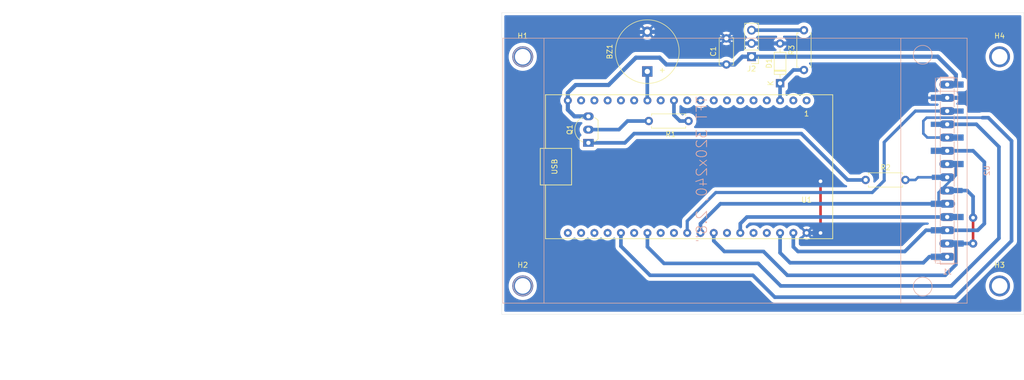
<source format=kicad_pcb>
(kicad_pcb (version 20240108) (generator "pcbnew") (generator_version "8.0")
  (layers (0 "F.Cu" signal) (31 "B.Cu" signal) (34 "B.Paste" user) (35 "F.Paste" user) (36 "B.SilkS" user "B.Silkscreen") (37 "F.SilkS" user "F.Silkscreen") (38 "B.Mask" user) (39 "F.Mask" user) (44 "Edge.Cuts" user))
  (net 0 "")
  (net 1 "/GPIO_12")
  (net 2 "GND")
  (net 3 "+5V")
  (net 4 "/GPIO_36")
  (net 5 "/GPIO_18")
  (net 6 "/GPIO_19")
  (net 7 "/GPIO_5")
  (net 8 "/GPIO_23")
  (net 9 "/GPIO_22")
  (net 10 "/GPIO_2")
  (net 11 "/GPIO_21")
  (net 12 "/GPIO_4")
  (net 13 "/BACKLIGHT")
  (net 14 "Net-(J2-Pin_3)")
  (net 15 "Net-(Q1-C)")
  (net 16 "Net-(Q1-B)")
  (net 17 "Net-(U1-IO27)")
  (footprint "MountingHole:MountingHole_3mm" (layer "F.Cu") (at 167.386 85.979)
    (property "Reference" "H3" (at 0 -4 0) (layer "F.SilkS"))
    (property "Value" "h3")
    (pad "" thru_hole circle (at 0 0) (size 4 4) (drill 3) (layers "*.Cu" "*.Mask"))
  )
  (footprint "MountingHole:MountingHole_3mm" (layer "F.Cu") (at 76.073 42.037)
    (property "Reference" "H1" (at 0 -4 0) (layer "F.SilkS"))
    (property "Value" "h1")
    (pad "" thru_hole circle (at 0 0) (size 4 4) (drill 3) (layers "*.Cu" "*.Mask"))
  )
  (footprint "miscelaneo_licho:Esp32-S_Wroom32Module_38pins" (layer "F.Cu") (at 130.429 63.119 180)
    (property "Reference" "U1" (at 0 -6.35 0) (layer "F.SilkS"))
    (property "Value" "ESP-32S")
    (fp_line (start 51 -3.5) (end 51 3.5) (stroke (width 0.15)) (layer "F.SilkS"))
    (fp_line (start 50 3.5) (end 50 13.8) (stroke (width 0.15)) (layer "F.SilkS"))
    (fp_line (start 50 -3.5) (end 50 -13.8) (stroke (width 0.15)) (layer "F.SilkS"))
    (fp_line (start 45 3.5) (end 51 3.5) (stroke (width 0.15)) (layer "F.SilkS"))
    (fp_line (start 45 3.5) (end 45 -3.5) (stroke (width 0.15)) (layer "F.SilkS"))
    (fp_line (start 45 -3.5) (end 51 -3.5) (stroke (width 0.15)) (layer "F.SilkS"))
    (fp_line (start -5 13.8) (end 50 13.8) (stroke (width 0.15)) (layer "F.SilkS"))
    (fp_line (start -5 13.8) (end -5 -13.8) (stroke (width 0.15)) (layer "F.SilkS"))
    (fp_line (start -5 -13.8) (end 50 -13.8) (stroke (width 0.15)) (layer "F.SilkS"))
    (fp_text user "1" (at 0 10.16 0) (layer "F.SilkS"))
    (fp_text user "USB" (at 48.26 0 90) (layer "F.SilkS"))
    (pad "1" thru_hole circle (at 0 12.7 180) (size 1.524 1.524) (drill 0.7) (layers "*.Cu" "*.Mask"))
    (pad "2" thru_hole circle (at 2.54 12.7 180) (size 1.524 1.524) (drill 0.7) (layers "*.Cu" "*.Mask"))
    (pad "3" thru_hole circle (at 5.08 12.7 180) (size 1.524 1.524) (drill 0.7) (layers "*.Cu" "*.Mask") (net 4 "/GPIO_36"))
    (pad "4" thru_hole circle (at 7.62 12.7 180) (size 1.524 1.524) (drill 0.7) (layers "*.Cu" "*.Mask"))
    (pad "5" thru_hole circle (at 10.16 12.7 180) (size 1.524 1.524) (drill 0.7) (layers "*.Cu" "*.Mask"))
    (pad "6" thru_hole circle (at 12.7 12.7 180) (size 1.524 1.524) (drill 0.7) (layers "*.Cu" "*.Mask"))
    (pad "7" thru_hole circle (at 15.24 12.7 180) (size 1.524 1.524) (drill 0.7) (layers "*.Cu" "*.Mask"))
    (pad "8" thru_hole circle (at 17.78 12.7 180) (size 1.524 1.524) (drill 0.7) (layers "*.Cu" "*.Mask"))
    (pad "9" thru_hole circle (at 20.32 12.7 180) (size 1.524 1.524) (drill 0.7) (layers "*.Cu" "*.Mask"))
    (pad "10" thru_hole circle (at 22.86 12.7 180) (size 1.524 1.524) (drill 0.7) (layers "*.Cu" "*.Mask"))
    (pad "11" thru_hole circle (at 25.4 12.7 180) (size 1.524 1.524) (drill 0.7) (layers "*.Cu" "*.Mask") (net 17 "Net-(U1-IO27)"))
    (pad "12" thru_hole circle (at 27.94 12.7 180) (size 1.524 1.524) (drill 0.7) (layers "*.Cu" "*.Mask"))
    (pad "13" thru_hole circle (at 30.48 12.7 180) (size 1.524 1.524) (drill 0.7) (layers "*.Cu" "*.Mask") (net 1 "/GPIO_12"))
    (pad "14" thru_hole circle (at 33.02 12.7 180) (size 1.524 1.524) (drill 0.7) (layers "*.Cu" "*.Mask"))
    (pad "15" thru_hole circle (at 35.56 12.7 180) (size 1.524 1.524) (drill 0.7) (layers "*.Cu" "*.Mask"))
    (pad "16" thru_hole circle (at 38.1 12.7 180) (size 1.524 1.524) (drill 0.7) (layers "*.Cu" "*.Mask"))
    (pad "17" thru_hole circle (at 40.64 12.7 180) (size 1.524 1.524) (drill 0.7) (layers "*.Cu" "*.Mask"))
    (pad "18" thru_hole circle (at 43.18 12.7 180) (size 1.524 1.524) (drill 0.7) (layers "*.Cu" "*.Mask"))
    (pad "19" thru_hole circle (at 45.72 12.7 180) (size 1.524 1.524) (drill 0.7) (layers "*.Cu" "*.Mask") (net 3 "+5V"))
    (pad "20" thru_hole circle (at 45.72 -12.7 180) (size 1.524 1.524) (drill 0.7) (layers "*.Cu" "*.Mask"))
    (pad "21" thru_hole circle (at 43.18 -12.7 180) (size 1.524 1.524) (drill 0.7) (layers "*.Cu" "*.Mask"))
    (pad "22" thru_hole circle (at 40.64 -12.7 180) (size 1.524 1.524) (drill 0.7) (layers "*.Cu" "*.Mask"))
    (pad "23" thru_hole circle (at 38.1 -12.7 180) (size 1.524 1.524) (drill 0.7) (layers "*.Cu" "*.Mask"))
    (pad "24" thru_hole circle (at 35.56 -12.7 180) (size 1.524 1.524) (drill 0.7) (layers "*.Cu" "*.Mask") (net 10 "/GPIO_2"))
    (pad "25" thru_hole circle (at 33.02 -12.7 180) (size 1.524 1.524) (drill 0.7) (layers "*.Cu" "*.Mask"))
    (pad "26" thru_hole circle (at 30.48 -12.7 180) (size 1.524 1.524) (drill 0.7) (layers "*.Cu" "*.Mask") (net 12 "/GPIO_4"))
    (pad "27" thru_hole circle (at 27.94 -12.7 180) (size 1.524 1.524) (drill 0.7) (layers "*.Cu" "*.Mask"))
    (pad "28" thru_hole circle (at 25.4 -12.7 180) (size 1.524 1.524) (drill 0.7) (layers "*.Cu" "*.Mask"))
    (pad "29" thru_hole circle (at 22.86 -12.7 180) (size 1.524 1.524) (drill 0.7) (layers "*.Cu" "*.Mask") (net 7 "/GPIO_5"))
    (pad "30" thru_hole circle (at 20.32 -12.7 180) (size 1.524 1.524) (drill 0.7) (layers "*.Cu" "*.Mask") (net 5 "/GPIO_18"))
    (pad "31" thru_hole circle (at 17.78 -12.7 180) (size 1.524 1.524) (drill 0.7) (layers "*.Cu" "*.Mask") (net 6 "/GPIO_19"))
    (pad "32" thru_hole circle (at 15.24 -12.7 180) (size 1.524 1.524) (drill 0.7) (layers "*.Cu" "*.Mask"))
    (pad "33" thru_hole circle (at 12.7 -12.7 180) (size 1.524 1.524) (drill 0.7) (layers "*.Cu" "*.Mask") (net 11 "/GPIO_21"))
    (pad "34" thru_hole circle (at 10.16 -12.7 180) (size 1.524 1.524) (drill 0.7) (layers "*.Cu" "*.Mask"))
    (pad "35" thru_hole circle (at 7.62 -12.7 180) (size 1.524 1.524) (drill 0.7) (layers "*.Cu" "*.Mask"))
    (pad "36" thru_hole circle (at 5.08 -12.7 180) (size 1.524 1.524) (drill 0.7) (layers "*.Cu" "*.Mask") (net 9 "/GPIO_22"))
    (pad "37" thru_hole circle (at 2.54 -12.7 180) (size 1.524 1.524) (drill 0.7) (layers "*.Cu" "*.Mask") (net 8 "/GPIO_23"))
    (pad "38" thru_hole circle (at 0 -12.7 180) (size 1.524 1.524) (drill 0.7) (layers "*.Cu" "*.Mask") (net 2 "GND"))
  )
  (footprint "MountingHole:MountingHole_3mm" (layer "F.Cu") (at 167.386 42.037)
    (property "Reference" "H4" (at 0 -4 0) (layer "F.SilkS"))
    (property "Value" "h4")
    (pad "" thru_hole circle (at 0 0) (size 4 4) (drill 3) (layers "*.Cu" "*.Mask"))
  )
  (footprint "Diode_THT:D_DO-35_SOD27_P7.62mm_Horizontal" (layer "F.Cu") (at 125.349 47.117 90)
    (property "Reference" "D1" (at 3.81 -2.12 90) (layer "F.SilkS"))
    (property "Value" "3.3V")
    (fp_line (start 5.93 -1.12) (end 1.69 -1.12) (stroke (width 0.12)) (layer "F.SilkS"))
    (fp_line (start 2.53 -1.12) (end 2.53 1.12) (stroke (width 0.12)) (layer "F.SilkS"))
    (fp_line (start 2.41 -1.12) (end 2.41 1.12) (stroke (width 0.12)) (layer "F.SilkS"))
    (fp_line (start 2.29 -1.12) (end 2.29 1.12) (stroke (width 0.12)) (layer "F.SilkS"))
    (fp_line (start 1.69 -1.12) (end 1.69 1.12) (stroke (width 0.12)) (layer "F.SilkS"))
    (fp_line (start 6.58 0) (end 5.93 0) (stroke (width 0.12)) (layer "F.SilkS"))
    (fp_line (start 1.04 0) (end 1.69 0) (stroke (width 0.12)) (layer "F.SilkS"))
    (fp_line (start 5.93 1.12) (end 5.93 -1.12) (stroke (width 0.12)) (layer "F.SilkS"))
    (fp_line (start 1.69 1.12) (end 5.93 1.12) (stroke (width 0.12)) (layer "F.SilkS"))
    (fp_text user "K" (at 0 -1.8 90) (layer "F.SilkS"))
    (pad "1" thru_hole rect (at 0 0 90) (size 1.6 1.6) (drill 0.8) (layers "*.Cu" "*.Mask") (net 4 "/GPIO_36"))
    (pad "2" thru_hole oval (at 7.62 0 90) (size 1.6 1.6) (drill 0.8) (layers "*.Cu" "*.Mask") (net 2 "GND"))
  )
  (footprint "Buzzer_Beeper:Buzzer_12x9.5RM7.6" (layer "F.Cu") (at 99.9236 44.8564 90)
    (property "Reference" "BZ1" (at 3.8 -7.2 90) (layer "F.SilkS"))
    (property "Value" "Buzzer")
    (fp_circle (center 3.8 0) (end 9.9 0) (stroke (width 0.12)) (fill none) (layer "F.SilkS"))
    (fp_text user "+" (at 0.234 2.794 90) (layer "F.SilkS"))
    (pad "1" thru_hole rect (at 0 0 90) (size 2 2) (drill 1) (layers "*.Cu" "*.Mask") (net 1 "/GPIO_12"))
    (pad "2" thru_hole circle (at 7.6 0 90) (size 2 2) (drill 1) (layers "*.Cu" "*.Mask") (net 2 "GND"))
  )
  (footprint "MountingHole:MountingHole_3mm" (layer "F.Cu") (at 76.073 85.979)
    (property "Reference" "H2" (at 0 -4 0) (layer "F.SilkS"))
    (property "Value" "h2")
    (pad "" thru_hole circle (at 0 0) (size 4 4) (drill 3) (layers "*.Cu" "*.Mask"))
  )
  (footprint "Resistor_THT:R_Axial_DIN0207_L6.3mm_D2.5mm_P7.62mm_Horizontal" (layer "F.Cu") (at 100.203 54.356)
    (property "Reference" "R1" (at 4.191 2.54 0) (layer "F.SilkS"))
    (property "Value" "10k")
    (fp_line (start 0.54 -1.37) (end 7.08 -1.37) (stroke (width 0.12)) (layer "F.SilkS"))
    (fp_line (start 0.54 -1.04) (end 0.54 -1.37) (stroke (width 0.12)) (layer "F.SilkS"))
    (fp_line (start 0.54 1.04) (end 0.54 1.37) (stroke (width 0.12)) (layer "F.SilkS"))
    (fp_line (start 0.54 1.37) (end 7.08 1.37) (stroke (width 0.12)) (layer "F.SilkS"))
    (fp_line (start 7.08 -1.37) (end 7.08 -1.04) (stroke (width 0.12)) (layer "F.SilkS"))
    (fp_line (start 7.08 1.37) (end 7.08 1.04) (stroke (width 0.12)) (layer "F.SilkS"))
    (pad "1" thru_hole circle (at 0 0) (size 1.6 1.6) (drill 0.8) (layers "*.Cu" "*.Mask") (net 16 "Net-(Q1-B)"))
    (pad "2" thru_hole oval (at 7.62 0) (size 1.6 1.6) (drill 0.8) (layers "*.Cu" "*.Mask") (net 17 "Net-(U1-IO27)"))
  )
  (footprint "Resistor_THT:R_Axial_DIN0207_L6.3mm_D2.5mm_P7.62mm_Horizontal" (layer "F.Cu") (at 141.732 65.659)
    (property "Reference" "R2" (at 3.81 -2.37 0) (layer "F.SilkS"))
    (property "Value" "47")
    (fp_line (start 0.54 -1.37) (end 7.08 -1.37) (stroke (width 0.12)) (layer "F.SilkS"))
    (fp_line (start 0.54 -1.04) (end 0.54 -1.37) (stroke (width 0.12)) (layer "F.SilkS"))
    (fp_line (start 0.54 1.04) (end 0.54 1.37) (stroke (width 0.12)) (layer "F.SilkS"))
    (fp_line (start 0.54 1.37) (end 7.08 1.37) (stroke (width 0.12)) (layer "F.SilkS"))
    (fp_line (start 7.08 -1.37) (end 7.08 -1.04) (stroke (width 0.12)) (layer "F.SilkS"))
    (fp_line (start 7.08 1.37) (end 7.08 1.04) (stroke (width 0.12)) (layer "F.SilkS"))
    (pad "1" thru_hole circle (at 0 0) (size 1.6 1.6) (drill 0.8) (layers "*.Cu" "*.Mask") (net 15 "Net-(Q1-C)"))
    (pad "2" thru_hole oval (at 7.62 0) (size 1.6 1.6) (drill 0.8) (layers "*.Cu" "*.Mask") (net 13 "/BACKLIGHT"))
  )
  (footprint "Resistor_THT:R_Axial_DIN0207_L6.3mm_D2.5mm_P7.62mm_Horizontal" (layer "F.Cu") (at 129.921 44.577 90)
    (property "Reference" "R3" (at 3.81 -2.37 90) (layer "F.SilkS"))
    (property "Value" "1k2")
    (fp_line (start 7.08 -1.37) (end 7.08 -1.04) (stroke (width 0.12)) (layer "F.SilkS"))
    (fp_line (start 0.54 -1.37) (end 7.08 -1.37) (stroke (width 0.12)) (layer "F.SilkS"))
    (fp_line (start 0.54 -1.04) (end 0.54 -1.37) (stroke (width 0.12)) (layer "F.SilkS"))
    (fp_line (start 0.54 1.04) (end 0.54 1.37) (stroke (width 0.12)) (layer "F.SilkS"))
    (fp_line (start 7.08 1.37) (end 7.08 1.04) (stroke (width 0.12)) (layer "F.SilkS"))
    (fp_line (start 0.54 1.37) (end 7.08 1.37) (stroke (width 0.12)) (layer "F.SilkS"))
    (pad "1" thru_hole circle (at 0 0 90) (size 1.6 1.6) (drill 0.8) (layers "*.Cu" "*.Mask") (net 4 "/GPIO_36"))
    (pad "2" thru_hole oval (at 7.62 0 90) (size 1.6 1.6) (drill 0.8) (layers "*.Cu" "*.Mask") (net 14 "Net-(J2-Pin_3)"))
  )
  (footprint "Capacitor_THT:C_Disc_D5.0mm_W2.5mm_P5.00mm" (layer "F.Cu") (at 115.062 43.521 90)
    (property "Reference" "C1" (at 2.5 -2.5 90) (layer "F.SilkS"))
    (property "Value" "100nF")
    (fp_line (start 5.12 -1.37) (end 5.12 -1.055) (stroke (width 0.12)) (layer "F.SilkS"))
    (fp_line (start -0.12 -1.37) (end 5.12 -1.37) (stroke (width 0.12)) (layer "F.SilkS"))
    (fp_line (start -0.12 -1.37) (end -0.12 -1.055) (stroke (width 0.12)) (layer "F.SilkS"))
    (fp_line (start 5.12 1.055) (end 5.12 1.37) (stroke (width 0.12)) (layer "F.SilkS"))
    (fp_line (start -0.12 1.055) (end -0.12 1.37) (stroke (width 0.12)) (layer "F.SilkS"))
    (fp_line (start -0.12 1.37) (end 5.12 1.37) (stroke (width 0.12)) (layer "F.SilkS"))
    (pad "1" thru_hole circle (at 0 0 90) (size 1.6 1.6) (drill 0.8) (layers "*.Cu" "*.Mask") (net 3 "+5V"))
    (pad "2" thru_hole circle (at 5 0 90) (size 1.6 1.6) (drill 0.8) (layers "*.Cu" "*.Mask") (net 2 "GND"))
  )
  (footprint "Package_TO_SOT_THT:TO-92_Inline_Wide" (layer "F.Cu") (at 88.646 58.547 90)
    (property "Reference" "Q1" (at 2.54 -3.56 90) (layer "F.SilkS"))
    (property "Value" "BC327")
    (fp_line (start 0.74 1.85) (end 4.34 1.85) (stroke (width 0.12)) (layer "F.SilkS"))
    (fp_arc (start 2.54 -2.6) (mid 3.936979 -2.192818) (end 4.8964 -1.098807) (stroke (width 0.12)) (layer "F.SilkS"))
    (fp_arc (start 0.1836 -1.098807) (mid 1.143021 -2.192817) (end 2.54 -2.6) (stroke (width 0.12)) (layer "F.SilkS"))
    (fp_arc (start 4.864184 1.122795) (mid 4.633903 1.509328) (end 4.34 1.85) (stroke (width 0.12)) (layer "F.SilkS"))
    (fp_arc (start 0.74 1.85) (mid 0.446097 1.509328) (end 0.215816 1.122795) (stroke (width 0.12)) (layer "F.SilkS"))
    (pad "1" thru_hole rect (at 0 0 90) (size 1.5 2) (drill 0.8) (layers "*.Cu" "*.Mask") (net 15 "Net-(Q1-C)"))
    (pad "2" thru_hole oval (at 2.54 0 90) (size 1.5 2) (drill 0.8) (layers "*.Cu" "*.Mask") (net 16 "Net-(Q1-B)"))
    (pad "3" thru_hole oval (at 5.08 0 90) (size 1.5 2) (drill 0.8) (layers "*.Cu" "*.Mask") (net 3 "+5V"))
  )
  (footprint "Connector_PinHeader_2.54mm:PinHeader_1x03_P2.54mm_Vertical" (layer "F.Cu") (at 119.888 42.022 180)
    (property "Reference" "J2" (at 0 -2.33 0) (layer "F.SilkS"))
    (property "Value" "Hall_Sensor")
    (fp_line (start 1.33 1.27) (end 1.33 6.41) (stroke (width 0.12)) (layer "F.SilkS"))
    (fp_line (start -1.33 6.41) (end 1.33 6.41) (stroke (width 0.12)) (layer "F.SilkS"))
    (fp_line (start -1.33 1.27) (end 1.33 1.27) (stroke (width 0.12)) (layer "F.SilkS"))
    (fp_line (start -1.33 1.27) (end -1.33 6.41) (stroke (width 0.12)) (layer "F.SilkS"))
    (fp_line (start -1.33 0) (end -1.33 -1.33) (stroke (width 0.12)) (layer "F.SilkS"))
    (fp_line (start -1.33 -1.33) (end 0 -1.33) (stroke (width 0.12)) (layer "F.SilkS"))
    (pad "1" thru_hole rect (at 0 0 180) (size 1.7 1.7) (drill 1) (layers "*.Cu" "*.Mask") (net 3 "+5V"))
    (pad "2" thru_hole oval (at 0 2.54 180) (size 1.7 1.7) (drill 1) (layers "*.Cu" "*.Mask") (net 2 "GND"))
    (pad "3" thru_hole oval (at 0 5.08 180) (size 1.7 1.7) (drill 1) (layers "*.Cu" "*.Mask") (net 14 "Net-(J2-Pin_3)"))
  )
  (footprint "Connector_PinSocket_2.54mm:PinSocket_1x14_P2.54mm_Vertical_SMD_Pin1Left" (layer "B.Cu") (at 157.353 63.881)
    (property "Reference" "J1" (at 0 19.38 0) (layer "B.SilkS") (effects (justify mirror)))
    (property "Value" "Display")
    (fp_line (start -1.33 -17.94) (end -1.33 -14.73) (stroke (width 0.12)) (layer "B.SilkS"))
    (fp_line (start -1.33 -13.21) (end -1.33 -9.65) (stroke (width 0.12)) (layer "B.SilkS"))
    (fp_line (start -1.33 -8.13) (end -1.33 -4.57) (stroke (width 0.12)) (layer "B.SilkS"))
    (fp_line (start -1.33 -3.05) (end -1.33 0.51) (stroke (width 0.12)) (layer "B.SilkS"))
    (fp_line (start -1.33 2.03) (end -1.33 5.59) (stroke (width 0.12)) (layer "B.SilkS"))
    (fp_line (start -1.33 7.11) (end -1.33 10.67) (stroke (width 0.12)) (layer "B.SilkS"))
    (fp_line (start -1.33 12.19) (end -1.33 15.75) (stroke (width 0.12)) (layer "B.SilkS"))
    (fp_line (start -1.33 17.27) (end -2.54 17.27) (stroke (width 0.12)) (layer "B.SilkS"))
    (fp_line (start -1.33 17.27) (end -1.33 17.94) (stroke (width 0.12)) (layer "B.SilkS"))
    (fp_line (start 1.33 -17.94) (end -1.33 -17.94) (stroke (width 0.12)) (layer "B.SilkS"))
    (fp_line (start 1.33 -17.94) (end 1.33 -17.27) (stroke (width 0.12)) (layer "B.SilkS"))
    (fp_line (start 1.33 -15.75) (end 1.33 -12.19) (stroke (width 0.12)) (layer "B.SilkS"))
    (fp_line (start 1.33 -10.67) (end 1.33 -7.11) (stroke (width 0.12)) (layer "B.SilkS"))
    (fp_line (start 1.33 -5.59) (end 1.33 -2.03) (stroke (width 0.12)) (layer "B.SilkS"))
    (fp_line (start 1.33 -0.51) (end 1.33 3.05) (stroke (width 0.12)) (layer "B.SilkS"))
    (fp_line (start 1.33 4.57) (end 1.33 8.13) (stroke (width 0.12)) (layer "B.SilkS"))
    (fp_line (start 1.33 9.65) (end 1.33 13.21) (stroke (width 0.12)) (layer "B.SilkS"))
    (fp_line (start 1.33 14.73) (end 1.33 17.94) (stroke (width 0.12)) (layer "B.SilkS"))
    (fp_line (start 1.33 17.94) (end -1.33 17.94) (stroke (width 0.12)) (layer "B.SilkS"))
    (pad "1" smd rect (at -1.65 16.51) (size 3 1.2) (layers "B.Cu" "B.Paste" "B.Mask") (net 9 "/GPIO_22"))
    (pad "2" smd rect (at 1.65 13.97) (size 3 1.2) (layers "B.Cu" "B.Paste" "B.Mask") (net 6 "/GPIO_19"))
    (pad "3" smd rect (at -1.65 11.43) (size 3 1.2) (layers "B.Cu" "B.Paste" "B.Mask") (net 8 "/GPIO_23"))
    (pad "4" smd rect (at 1.65 8.89) (size 3 1.2) (layers "B.Cu" "B.Paste" "B.Mask") (net 11 "/GPIO_21"))
    (pad "5" smd rect (at -1.65 6.35) (size 3 1.2) (layers "B.Cu" "B.Paste" "B.Mask") (net 5 "/GPIO_18"))
    (pad "6" smd rect (at 1.65 3.81) (size 2.6 1) (layers "B.Cu" "B.Paste" "B.Mask") (net 6 "/GPIO_19"))
    (pad "7" smd rect (at -1.65 1.27) (size 2.6 1) (layers "B.Cu" "B.Paste" "B.Mask") (net 13 "/BACKLIGHT"))
    (pad "8" smd rect (at 1.65 -1.27) (size 3 1.2) (layers "B.Cu" "B.Paste" "B.Mask") (net 5 "/GPIO_18"))
    (pad "9" smd rect (at -1.65 -3.81) (size 3 1.2) (layers "B.Cu" "B.Paste" "B.Mask") (net 8 "/GPIO_23"))
    (pad "10" smd rect (at 1.65 -6.35) (size 3 1.2) (layers "B.Cu" "B.Paste" "B.Mask") (net 10 "/GPIO_2"))
    (pad "11" smd rect (at -1.65 -8.89) (size 3 1) (layers "B.Cu" "B.Paste" "B.Mask") (net 12 "/GPIO_4"))
    (pad "12" smd rect (at 1.65 -11.43) (size 3 1) (layers "B.Cu" "B.Paste" "B.Mask") (net 7 "/GPIO_5"))
    (pad "13" smd rect (at -1.65 -13.97) (size 3 1.2) (layers "B.Cu" "B.Paste" "B.Mask") (net 2 "GND"))
    (pad "14" smd rect (at 1.65 -16.51) (size 3 1.2) (layers "B.Cu" "B.Paste" "B.Mask") (net 3 "+5V"))
  )
  (footprint "miscelaneo_licho:TFT-320x240_ILI9341_TOUCH" (layer "B.Cu") (at 157.353 63.881 -90)
    (property "Reference" "U2" (at 0 -7.62 90) (layer "B.SilkS") (effects (justify mirror)))
    (property "Value" "ILI9341")
    (fp_line (start -25.4 85.09) (end 25.4 85.09) (stroke (width 0.12)) (layer "B.SilkS"))
    (fp_line (start 25.4 85.09) (end 25.4 -3.81) (stroke (width 0.12)) (layer "B.SilkS"))
    (fp_line (start 25.4 77.216) (end -25.4 77.216) (stroke (width 0.12)) (layer "B.SilkS"))
    (fp_line (start 25.4 8.89) (end -25.4 8.89) (stroke (width 0.12)) (layer "B.SilkS"))
    (fp_line (start 17.76 2.254) (end -17.76 2.254) (stroke (width 0.12)) (layer "B.SilkS"))
    (fp_line (start -17.76 2) (end -17.76 -2) (stroke (width 0.12)) (layer "B.SilkS"))
    (fp_line (start -17.76 -2) (end 17.76 -2) (stroke (width 0.12)) (layer "B.SilkS"))
    (fp_line (start -15.24 -2) (end -15.24 2) (stroke (width 0.12)) (layer "B.SilkS"))
    (fp_line (start 17.76 -2) (end 17.76 2) (stroke (width 0.12)) (layer "B.SilkS"))
    (fp_line (start -25.4 -3.81) (end -25.4 85.09) (stroke (width 0.12)) (layer "B.SilkS"))
    (fp_line (start 25.4 -3.81) (end -25.4 -3.81) (stroke (width 0.12)) (layer "B.SilkS"))
    (fp_circle (center -21.844 81.28) (end -23.114 82.55) (stroke (width 0.12)) (fill none) (layer "B.SilkS"))
    (fp_circle (center 22.098 81.28) (end 20.828 80.01) (stroke (width 0.12)) (fill none) (layer "B.SilkS"))
    (fp_circle (center -22.225 4.699) (end -23.495 3.429) (stroke (width 0.12)) (fill none) (layer "B.SilkS"))
    (fp_circle (center 22.225 4.699) (end 20.955 3.429) (stroke (width 0.12)) (fill none) (layer "B.SilkS"))
    (fp_text user "TFT 320x240, 2.8\"" (at -0.254 46.99 90) (layer "B.SilkS") (effects (font (size 2 2)) (justify mirror)))
    (pad "1" thru_hole oval (at -16.51 0 270) (size 1.5 3) (drill 0.8) (layers "*.Cu" "*.Mask"))
    (pad "2" thru_hole oval (at -13.97 0 270) (size 1.5 3) (drill 0.8) (layers "*.Cu" "*.Mask"))
    (pad "3" thru_hole oval (at -11.43 0 270) (size 1.5 3) (drill 0.8) (layers "*.Cu" "*.Mask"))
    (pad "4" thru_hole oval (at -8.89 0 270) (size 1.5 3) (drill 0.8) (layers "*.Cu" "*.Mask"))
    (pad "5" thru_hole oval (at -6.35 0 270) (size 1.5 3) (drill 0.8) (layers "*.Cu" "*.Mask"))
    (pad "6" thru_hole oval (at -3.81 0 270) (size 1.5 3) (drill 0.8) (layers "*.Cu" "*.Mask"))
    (pad "7" thru_hole oval (at -1.27 0 270) (size 1.5 3) (drill 0.8) (layers "*.Cu" "*.Mask"))
    (pad "8" thru_hole oval (at 1.27 0 270) (size 1.5 3) (drill 0.8) (layers "*.Cu" "*.Mask"))
    (pad "9" thru_hole oval (at 3.81 0 270) (size 1.5 3) (drill 0.8) (layers "*.Cu" "*.Mask"))
    (pad "10" thru_hole oval (at 6.35 0 270) (size 1.5 3) (drill 0.8) (layers "*.Cu" "*.Mask"))
    (pad "11" thru_hole oval (at 8.89 0 270) (size 1.5 3) (drill 0.8) (layers "*.Cu" "*.Mask"))
    (pad "12" thru_hole oval (at 11.43 0 270) (size 1.5 3) (drill 0.8) (layers "*.Cu" "*.Mask"))
    (pad "13" thru_hole oval (at 13.97 0 270) (size 1.5 3) (drill 0.8) (layers "*.Cu" "*.Mask"))
    (pad "14" thru_hole oval (at 16.51 0 270) (size 1.5 3) (drill 0.8) (layers "*.Cu" "*.Mask"))
  )
  (gr_rect (start 72.047 33.5788) (end 172.047 91.43) (stroke (width 0.05)) (fill none) (layer "Edge.Cuts"))
  (segment (start 99.9236 50.3936) (end 99.949 50.419) (width 0.7) (layer "B.Cu") (net 1))
  (segment (start 99.959 50.409) (end 99.949 50.419) (width 0.5) (layer "B.Cu") (net 1))
  (segment (start 99.9236 44.8564) (end 99.9236 50.3936) (width 0.7) (layer "B.Cu") (net 1))
  (segment (start 133.096 75.819) (end 133.096 65.913) (width 0.5) (layer "F.Cu") (net 2))
  (via (at 133.096 75.819) (size 1.6) (drill 0.7) (layers "F.Cu" "B.Cu") (net 2))
  (via (at 133.096 65.913) (size 1.6) (drill 0.7) (layers "F.Cu" "B.Cu") (net 2))
  (segment (start 117.998 39.482) (end 119.888 39.482) (width 0.8) (layer "B.Cu") (net 2))
  (segment (start 119.888 39.482) (end 125.334 39.482) (width 0.8) (layer "B.Cu") (net 2))
  (segment (start 86.614 37.2872) (end 99.8928 37.2872) (width 0.8) (layer "B.Cu") (net 2))
  (segment (start 102.9862 38.521) (end 115.062 38.521) (width 0.8) (layer "B.Cu") (net 2))
  (segment (start 99.8928 37.2872) (end 99.9236 37.2564) (width 0.8) (layer "B.Cu") (net 2))
  (segment (start 101.7216 37.2564) (end 102.9862 38.521) (width 0.8) (layer "B.Cu") (net 2))
  (segment (start 130.429 75.819) (end 133.096 75.819) (width 0.8) (layer "B.Cu") (net 2))
  (segment (start 163.322 45.72) (end 163.322 49.149) (width 0.8) (layer "B.Cu") (net 2))
  (segment (start 133.096 65.913) (end 128.143 60.96) (width 0.8) (layer "B.Cu") (net 2))
  (segment (start 163.322 49.149) (end 162.56 49.911) (width 0.8) (layer "B.Cu") (net 2))
  (segment (start 99.9236 37.2564) (end 101.7216 37.2564) (width 0.8) (layer "B.Cu") (net 2))
  (segment (start 115.062 38.521) (end 117.007 38.521) (width 0.8) (layer "B.Cu") (net 2))
  (segment (start 117.983 39.497) (end 117.998 39.482) (width 0.8) (layer "B.Cu") (net 2))
  (segment (start 128.143 60.96) (end 85.09 60.96) (width 0.8) (layer "B.Cu") (net 2))
  (segment (start 81.407 57.277) (end 81.407 42.4942) (width 0.8) (layer "B.Cu") (net 2))
  (segment (start 125.334 39.482) (end 125.349 39.497) (width 0.5) (layer "B.Cu") (net 2))
  (segment (start 157.099 39.497) (end 163.322 45.72) (width 0.8) (layer "B.Cu") (net 2))
  (segment (start 125.349 39.497) (end 157.099 39.497) (width 0.8) (layer "B.Cu") (net 2))
  (segment (start 117.007 38.521) (end 117.983 39.497) (width 0.8) (layer "B.Cu") (net 2))
  (segment (start 81.407 42.4942) (end 86.614 37.2872) (width 0.8) (layer "B.Cu") (net 2))
  (segment (start 85.09 60.96) (end 81.407 57.277) (width 0.8) (layer "B.Cu") (net 2))
  (segment (start 162.56 49.911) (end 155.703 49.911) (width 0.8) (layer "B.Cu") (net 2))
  (segment (start 92.5068 47.4472) (end 86.2076 47.4472) (width 0.8) (layer "B.Cu") (net 3))
  (segment (start 84.709 48.9458) (end 84.709 50.419) (width 0.8) (layer "B.Cu") (net 3))
  (segment (start 115.062 43.521) (end 116.626 43.521) (width 0.8) (layer "B.Cu") (net 3))
  (segment (start 119.888 42.022) (end 155.56 42.022) (width 0.8) (layer "B.Cu") (net 3))
  (segment (start 84.709 52.197) (end 85.979 53.467) (width 0.8) (layer "B.Cu") (net 3))
  (segment (start 159.003 45.465) (end 155.56 42.022) (width 0.8) (layer "B.Cu") (net 3))
  (segment (start 86.2076 47.4472) (end 84.709 48.9458) (width 0.8) (layer "B.Cu") (net 3))
  (segment (start 118.125 42.022) (end 119.888 42.022) (width 0.8) (layer "B.Cu") (net 3))
  (segment (start 102.2604 42.2148) (end 97.7392 42.2148) (width 0.8) (layer "B.Cu") (net 3))
  (segment (start 84.709 50.419) (end 84.709 52.197) (width 0.8) (layer "B.Cu") (net 3))
  (segment (start 115.062 43.521) (end 103.5666 43.521) (width 0.8) (layer "B.Cu") (net 3))
  (segment (start 97.7392 42.2148) (end 92.5068 47.4472) (width 0.8) (layer "B.Cu") (net 3))
  (segment (start 103.5666 43.521) (end 102.2604 42.2148) (width 0.8) (layer "B.Cu") (net 3))
  (segment (start 159.003 47.371) (end 159.003 45.465) (width 0.8) (layer "B.Cu") (net 3))
  (segment (start 85.979 53.467) (end 88.646 53.467) (width 0.8) (layer "B.Cu") (net 3))
  (segment (start 116.626 43.521) (end 118.125 42.022) (width 0.8) (layer "B.Cu") (net 3))
  (segment (start 127.889 44.577) (end 125.349 47.117) (width 0.7) (layer "B.Cu") (net 4))
  (segment (start 125.349 50.419) (end 125.349 47.117) (width 0.7) (layer "B.Cu") (net 4))
  (segment (start 129.921 44.577) (end 127.889 44.577) (width 0.7) (layer "B.Cu") (net 4))
  (segment (start 155.703 70.231) (end 113.919 70.231) (width 0.7) (layer "B.Cu") (net 5))
  (segment (start 159.003 64.771) (end 159.003 62.611) (width 0.5) (layer "B.Cu") (net 5))
  (segment (start 113.919 70.231) (end 110.109 74.041) (width 0.7) (layer "B.Cu") (net 5))
  (segment (start 155.703 70.231) (end 155.703 68.071) (width 0.5) (layer "B.Cu") (net 5))
  (segment (start 155.703 68.071) (end 159.003 64.771) (width 0.5) (layer "B.Cu") (net 5))
  (segment (start 110.109 74.041) (end 110.109 75.819) (width 0.7) (layer "B.Cu") (net 5))
  (segment (start 162.306 77.851) (end 162.306 72.898) (width 0.5) (layer "F.Cu") (net 6))
  (via (at 162.306 72.898) (size 1.6) (drill 0.7) (layers "F.Cu" "B.Cu") (net 6))
  (via (at 162.306 77.851) (size 1.6) (drill 0.7) (layers "F.Cu" "B.Cu") (net 6))
  (segment (start 162.306 68.834) (end 162.306 72.898) (width 0.7) (layer "B.Cu") (net 6))
  (segment (start 112.649 77.343) (end 112.649 75.819) (width 0.7) (layer "B.Cu") (net 6))
  (segment (start 159.003 77.851) (end 162.306 77.851) (width 0.7) (layer "B.Cu") (net 6))
  (segment (start 161.163 67.691) (end 162.306 68.834) (width 0.7) (layer "B.Cu") (net 6))
  (segment (start 159.003 77.851) (end 159.003 81.916) (width 0.7) (layer "B.Cu") (net 6))
  (segment (start 159.003 67.691) (end 161.163 67.691) (width 0.7) (layer "B.Cu") (net 6))
  (segment (start 122.174 79.375) (end 114.681 79.375) (width 0.7) (layer "B.Cu") (net 6))
  (segment (start 159.003 81.916) (end 156.972 83.947) (width 0.7) (layer "B.Cu") (net 6))
  (segment (start 156.972 83.947) (end 126.746 83.947) (width 0.7) (layer "B.Cu") (net 6))
  (segment (start 114.681 79.375) (end 112.649 77.343) (width 0.7) (layer "B.Cu") (net 6))
  (segment (start 126.746 83.947) (end 122.174 79.375) (width 0.7) (layer "B.Cu") (net 6))
  (segment (start 151.257 52.451) (end 145.288 58.42) (width 0.6) (layer "B.Cu") (net 7))
  (segment (start 113.03 68.072) (end 107.569 73.533) (width 0.6) (layer "B.Cu") (net 7))
  (segment (start 159.003 52.451) (end 151.257 52.451) (width 0.6) (layer "B.Cu") (net 7))
  (segment (start 143.002 68.072) (end 113.03 68.072) (width 0.6) (layer "B.Cu") (net 7))
  (segment (start 145.288 58.42) (end 145.288 65.786) (width 0.6) (layer "B.Cu") (net 7))
  (segment (start 107.569 73.533) (end 107.569 75.819) (width 0.6) (layer "B.Cu") (net 7))
  (segment (start 145.288 65.786) (end 143.002 68.072) (width 0.6) (layer "B.Cu") (net 7))
  (segment (start 164.465 74.041) (end 163.195 75.311) (width 0.7) (layer "B.Cu") (net 8))
  (segment (start 155.703 60.071) (end 162.306 60.071) (width 0.7) (layer "B.Cu") (net 8))
  (segment (start 149.225 79.375) (end 153.289 75.311) (width 0.7) (layer "B.Cu") (net 8))
  (segment (start 127.889 78.486) (end 128.778 79.375) (width 0.7) (layer "B.Cu") (net 8))
  (segment (start 127.889 75.819) (end 127.889 78.486) (width 0.7) (layer "B.Cu") (net 8))
  (segment (start 163.195 75.311) (end 155.703 75.311) (width 0.7) (layer "B.Cu") (net 8))
  (segment (start 164.465 62.23) (end 164.465 74.041) (width 0.7) (layer "B.Cu") (net 8))
  (segment (start 162.306 60.071) (end 164.465 62.23) (width 0.7) (layer "B.Cu") (net 8))
  (segment (start 153.289 75.311) (end 155.703 75.311) (width 0.7) (layer "B.Cu") (net 8))
  (segment (start 128.778 79.375) (end 149.225 79.375) (width 0.7) (layer "B.Cu") (net 8))
  (segment (start 127.254 81.534) (end 152.781 81.534) (width 0.7) (layer "B.Cu") (net 9))
  (segment (start 125.349 79.629) (end 127.254 81.534) (width 0.7) (layer "B.Cu") (net 9))
  (segment (start 152.781 81.534) (end 153.924 80.391) (width 0.7) (layer "B.Cu") (net 9))
  (segment (start 125.349 75.819) (end 125.349 79.629) (width 0.7) (layer "B.Cu") (net 9))
  (segment (start 153.924 80.391) (end 155.703 80.391) (width 0.7) (layer "B.Cu") (net 9))
  (segment (start 165.227 53.721) (end 169.672 58.166) (width 0.7) (layer "B.Cu") (net 10))
  (segment (start 120.142 83.947) (end 100.457 83.947) (width 0.7) (layer "B.Cu") (net 10))
  (segment (start 169.672 58.166) (end 169.672 77.343) (width 0.7) (layer "B.Cu") (net 10))
  (segment (start 153.416 53.721) (end 152.781 54.356) (width 0.5) (layer "B.Cu") (net 10))
  (segment (start 152.781 56.769) (end 153.543 57.531) (width 0.5) (layer "B.Cu") (net 10))
  (segment (start 152.781 54.356) (end 152.781 56.769) (width 0.5) (layer "B.Cu") (net 10))
  (segment (start 169.672 77.343) (end 158.877 88.138) (width 0.7) (layer "B.Cu") (net 10))
  (segment (start 164.084 53.721) (end 165.227 53.721) (width 0.7) (layer "B.Cu") (net 10))
  (segment (start 100.457 83.947) (end 94.869 78.359) (width 0.7) (layer "B.Cu") (net 10))
  (segment (start 153.543 57.531) (end 159.003 57.531) (width 0.5) (layer "B.Cu") (net 10))
  (segment (start 158.877 88.138) (end 124.333 88.138) (width 0.7) (layer "B.Cu") (net 10))
  (segment (start 94.869 78.359) (end 94.869 75.819) (width 0.7) (layer "B.Cu") (net 10))
  (segment (start 124.333 88.138) (end 120.142 83.947) (width 0.7) (layer "B.Cu") (net 10))
  (segment (start 164.084 53.721) (end 153.416 53.721) (width 0.5) (layer "B.Cu") (net 10))
  (segment (start 159.003 72.771) (end 118.999 72.771) (width 0.7) (layer "B.Cu") (net 11))
  (segment (start 118.999 72.771) (end 117.729 74.041) (width 0.7) (layer "B.Cu") (net 11))
  (segment (start 117.729 74.041) (end 117.729 75.819) (width 0.7) (layer "B.Cu") (net 11))
  (segment (start 167.259 59.309) (end 167.259 76.835) (width 0.7) (layer "B.Cu") (net 12))
  (segment (start 167.259 76.835) (end 158.115 85.979) (width 0.7) (layer "B.Cu") (net 12))
  (segment (start 99.949 78.486) (end 99.949 75.819) (width 0.7) (layer "B.Cu") (net 12))
  (segment (start 125.476 85.979) (end 121.158 81.661) (width 0.7) (layer "B.Cu") (net 12))
  (segment (start 158.115 85.979) (end 125.476 85.979) (width 0.7) (layer "B.Cu") (net 12))
  (segment (start 121.158 81.661) (end 103.124 81.661) (width 0.7) (layer "B.Cu") (net 12))
  (segment (start 103.124 81.661) (end 99.949 78.486) (width 0.7) (layer "B.Cu") (net 12))
  (segment (start 162.941 54.991) (end 167.259 59.309) (width 0.7) (layer "B.Cu") (net 12))
  (segment (start 155.703 54.991) (end 162.941 54.991) (width 0.7) (layer "B.Cu") (net 12))
  (segment (start 155.703 65.151) (end 151.765 65.151) (width 0.5) (layer "B.Cu") (net 13))
  (segment (start 151.765 65.151) (end 151.257 65.659) (width 0.5) (layer "B.Cu") (net 13))
  (segment (start 151.257 65.659) (end 149.352 65.659) (width 0.5) (layer "B.Cu") (net 13))
  (segment (start 129.906 36.942) (end 129.921 36.957) (width 0.5) (layer "B.Cu") (net 14))
  (segment (start 119.888 36.942) (end 129.906 36.942) (width 0.7) (layer "B.Cu") (net 14))
  (segment (start 95.631 58.547) (end 88.646 58.547) (width 0.7) (layer "B.Cu") (net 15))
  (segment (start 138.303 65.659) (end 129.413 56.769) (width 0.7) (layer "B.Cu") (net 15))
  (segment (start 97.409 56.769) (end 95.631 58.547) (width 0.7) (layer "B.Cu") (net 15))
  (segment (start 129.413 56.769) (end 97.409 56.769) (width 0.7) (layer "B.Cu") (net 15))
  (segment (start 141.732 65.659) (end 138.303 65.659) (width 0.7) (layer "B.Cu") (net 15))
  (segment (start 94.488 56.007) (end 96.139 54.356) (width 0.7) (layer "B.Cu") (net 16))
  (segment (start 88.646 56.007) (end 94.488 56.007) (width 0.7) (layer "B.Cu") (net 16))
  (segment (start 96.139 54.356) (end 100.203 54.356) (width 0.7) (layer "B.Cu") (net 16))
  (segment (start 106.172 54.356) (end 105.029 53.213) (width 0.7) (layer "B.Cu") (net 17))
  (segment (start 105.029 53.213) (end 105.029 50.419) (width 0.7) (layer "B.Cu") (net 17))
  (segment (start 107.823 54.356) (end 106.172 54.356) (width 0.7) (layer "B.Cu") (net 17))
  (zone (net 2) (net_name "GND") (layer "B.Cu") (connect_pads (clearance 0.7)) (min_thickness 0.4) (fill yes (thermal_gap 0.5) (thermal_bridge_width 0.5))
    (polygon (pts (xy 72.0598 91.4146) (xy 72.0598 33.5788) (xy 172.0342 33.5788) (xy 172.0342 91.4146)))
  )
)
</source>
